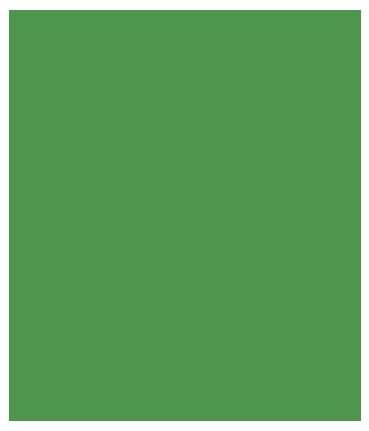
<source format=gbl>
G04 #@! TF.GenerationSoftware,KiCad,Pcbnew,8.0.5*
G04 #@! TF.CreationDate,2024-11-11T16:09:22-05:00*
G04 #@! TF.ProjectId,kicad_frontpanel,6b696361-645f-4667-926f-6e7470616e65,rev?*
G04 #@! TF.SameCoordinates,Original*
G04 #@! TF.FileFunction,Copper,L2,Bot*
G04 #@! TF.FilePolarity,Positive*
%FSLAX46Y46*%
G04 Gerber Fmt 4.6, Leading zero omitted, Abs format (unit mm)*
G04 Created by KiCad (PCBNEW 8.0.5) date 2024-11-11 16:09:22*
%MOMM*%
%LPD*%
G01*
G04 APERTURE LIST*
G04 APERTURE END LIST*
G04 #@! TA.AperFunction,NonConductor*
G36*
X20100000Y-10100000D02*
G01*
X49900000Y-10100000D01*
X49900000Y-44900000D01*
X20100000Y-44900000D01*
X20100000Y-10100000D01*
G37*
G04 #@! TD.AperFunction*
M02*

</source>
